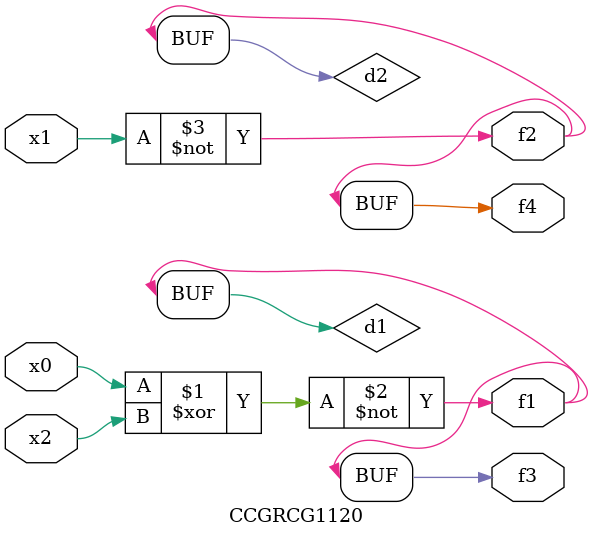
<source format=v>
module CCGRCG1120(
	input x0, x1, x2,
	output f1, f2, f3, f4
);

	wire d1, d2, d3;

	xnor (d1, x0, x2);
	nand (d2, x1);
	nor (d3, x1, x2);
	assign f1 = d1;
	assign f2 = d2;
	assign f3 = d1;
	assign f4 = d2;
endmodule

</source>
